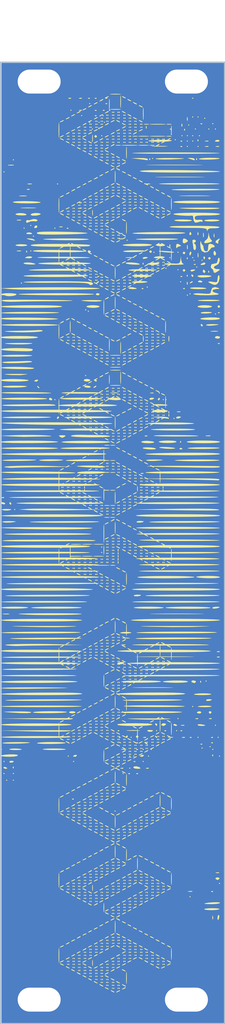
<source format=kicad_pcb>
(kicad_pcb (version 20210228) (generator pcbnew)
  (layers (0 "F.Cu" signal) (31 "B.Cu" signal) (34 "B.Paste" user) (35 "F.Paste" user) (36 "B.SilkS" user "B.Silkscreen") (37 "F.SilkS" user "F.Silkscreen") (38 "B.Mask" user) (39 "F.Mask" user) (44 "Edge.Cuts" user))
  (net 0 "")
  (footprint "Panel Holes:3.2mm slot" (layer "F.Cu") (at 130.175 43.18)
    (fp_text reference "REF**" hide)
    (fp_text value "3.2mm slot")
  )
  (footprint "kicad_libraries:tree_copper" (layer "F.Cu") (at 139.7 104.775)
    (fp_text reference "G***")
    (fp_text value "LOGO" hide)
  )
  (footprint "kicad_libraries:ASCII MODULAR" (layer "F.Cu") (at 140.335 104.775)
    (fp_text reference "G***")
    (fp_text value "LOGO" hide)
  )
  (footprint "Panel Holes:3.2mm slot" (layer "F.Cu") (at 149.86 165.735)
    (fp_text reference "REF**" hide)
    (fp_text value "3.2mm slot")
  )
  (footprint "Panel Holes:3.2mm slot" (layer "F.Cu") (at 130.175 165.735)
    (fp_text reference "REF**" hide)
    (fp_text value "3.2mm slot")
  )
  (footprint "kicad_libraries:tree_mask_2" (layer "F.Cu") (at 139.7 104.775)
    (fp_text reference "G***")
    (fp_text value "LOGO" hide)
  )
  (footprint "Panel Holes:3.2mm slot" (layer "F.Cu") (at 149.86 43.18)
    (fp_text reference "REF**" hide)
    (fp_text value "3.2mm slot")
  )
  (footprint "kicad_libraries:tree_silk_screen" (layer "F.Cu") (at 139.7 105.41)
    (fp_text reference "G***")
    (fp_text value "LOGO" hide)
  )
  (gr_rect (start 125.095 40.64) (end 154.94 168.91) (layer "B.Cu") (width 0.2) (fill solid))
  (gr_rect (start 125.095 40.64) (end 154.94 168.91) (layer "Edge.Cuts") (width 0.1) (fill none))
)
</source>
